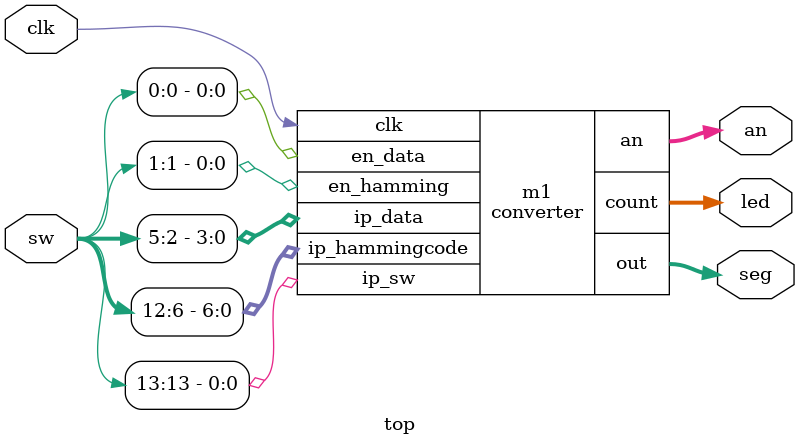
<source format=v>
module hamming_code(clk,en_data,en_hamming,ip_data,op_hammingcode,ip_hammingcode,op_data,op_errorbit,op_correctedcode);
input en_data,en_hamming,clk;
input [3:0]ip_data;
output reg [7:1]op_hammingcode;
input [7:1]ip_hammingcode;
output reg [3:0]op_data;
output reg [2:0]op_errorbit;
output reg [7:1]op_correctedcode;

reg [7:1]iphammingcode;
reg [2:0]temp;

always @(posedge clk)
begin
if(en_data)
begin 
op_hammingcode[3]=ip_data[0];
op_hammingcode[7:5]=ip_data[3:1];

case({op_hammingcode[3],op_hammingcode[5],op_hammingcode[7]})
0,3,5,6:op_hammingcode[1]=0;
default:op_hammingcode[1]=1; //1,2,4,7
endcase

case({op_hammingcode[3],op_hammingcode[6],op_hammingcode[7]})
0,3,5,6:op_hammingcode[2]=0;
default:op_hammingcode[2]=1; //1,2,4,7
endcase

case({op_hammingcode[5],op_hammingcode[6],op_hammingcode[7]})
0,3,5,6:op_hammingcode[4]=0;
default:op_hammingcode[4]=1; //1,2,4,7
endcase

end

if(en_hamming)
begin
iphammingcode[7:1]=ip_hammingcode[7:1];

case({iphammingcode[1],iphammingcode[3],iphammingcode[5],iphammingcode[7]})
0,3,5,6,9,10,12,15:temp[0]=0;
default:temp[0]=1;
endcase

case({iphammingcode[2],iphammingcode[3],iphammingcode[6],iphammingcode[7]})
0,3,5,6,9,10,12,15:temp[1]=0;
default:temp[1]=1;
endcase

case({iphammingcode[4],iphammingcode[5],iphammingcode[6],iphammingcode[7]})
0,3,5,6,9,10,12,15:temp[2]=0;
default:temp[2]=1;
endcase

if(iphammingcode[temp]==0)
iphammingcode[temp]=1;
else if(iphammingcode[temp]==1)
iphammingcode[temp]=0;

op_errorbit=temp;
op_correctedcode=iphammingcode;
op_data[0]=iphammingcode[3];
op_data[1]=iphammingcode[5];
op_data[2]=iphammingcode[6];
op_data[3]=iphammingcode[7];
end

if(!en_data && !en_hamming)
begin
op_correctedcode=0;
op_data=0;
op_errorbit=0;
op_hammingcode=0;
end

else if(!en_data)
begin
op_hammingcode=0;
end

else if(!en_hamming)
begin
op_correctedcode=0;
op_data=0;
op_errorbit=0;
end

end
endmodule

module refresh_counter(clk,out);
input clk;
output reg [2:0]out=0;
always @(posedge clk)
begin
if(out==6)
out<=0;
else
out<=out+1;
end
endmodule

module clock_divider(clk,newclk);
input clk;
output reg newclk=0;
integer count=0;
always@(posedge clk)
begin
if(count==50000000)
begin
newclk=~newclk;
count<=0;
end
else
count=count+1;
end
endmodule

module converter(clk,en_data,en_hamming,ip_data,ip_hammingcode,out,an,count,ip_sw);
input clk,en_data,en_hamming;
input [3:0]ip_data;
input [6:0]ip_hammingcode;
output reg [6:0]out;
output [2:0]count;
output reg [7:0]an;
input ip_sw;

wire [6:0]op_correctedcode,op_hammingcode;
wire [3:0]op_data;
wire [2:0]op_errorbit;

wire [2:0]out1;

reg [3:0]bcd;
wire nclk;
clock_divider d1(clk,nclk);
refresh_counter c1(nclk,out1);
hamming_code x1(nclk,en_data,en_hamming,ip_data,op_hammingcode,ip_hammingcode,op_data,op_errorbit,op_correctedcode);

assign count=out1;
always @(*)
begin
if(ip_sw)
begin
case(out1)
0:
begin
bcd=op_hammingcode[6];
an=8'b01111111;
end

1:begin
bcd=op_hammingcode[5];
an=8'b10111111;
end

2:begin
bcd=op_hammingcode[4];
an=8'b11011111;
end

3:begin
bcd=op_hammingcode[3];
an=8'b11101111;
end

4:begin
bcd=op_hammingcode[2];
an=8'b11110111;
end

5:begin
bcd=op_hammingcode[1];
an=8'b11111011;
end

6:begin
bcd=op_hammingcode[0];
an=8'b11111101;
end
endcase
end
else if(!ip_sw)
begin
case(out1)
0:
begin
bcd=op_correctedcode[6];
an=8'b01111111;
end

1:begin
bcd=op_correctedcode[5];
an=8'b10111111;
end

2:begin
bcd=op_correctedcode[4];
an=8'b11011111;
end

3:begin
bcd=op_correctedcode[3];
an=8'b11101111;
end

4:begin
bcd=op_correctedcode[2];
an=8'b11110111;
end

5:begin
bcd=op_correctedcode[1];
an=8'b11111011;
end

6:begin
bcd=op_correctedcode[0];
an=8'b11111101;
end
endcase
end
case(bcd)
0:out=7'b1000000;
1:out=7'b1111001;
default:out=7'b0111111;
endcase
end
endmodule


/*module test;
reg en1,en2,clk;
reg [3:0]ip_data;
wire [6:0]op_hammingcode;

reg [7:1]ip_hammingcode;
wire [3:0]op_data;
wire [2:0]op_errorbit;
wire [7:1]op_correctedcode;
hamming_code x1(clk,en1,en2,ip_data,op_hammingcode[6:0],ip_hammingcode,op_data,op_errorbit,op_correctedcode);

initial
begin
en1=0; en2=0; clk=1;
ip_data=4'b1101; ip_hammingcode=7'b1110110;
#4


en1=0; en2=0;
ip_data=4'b1100; ip_hammingcode=7'b1110110;
#4

en1=1; en2=0;
ip_data=4'b1101; ip_hammingcode=7'b1100010; #4

en1=0; en2=1;
ip_data=4'b1100; ip_hammingcode=7'b1100010; #4

en1=1; en2=1; 
ip_data=4'b0001;  ip_hammingcode=7'b0000110; #4

en1=0; en2=1;
ip_data=4'b0001;  ip_hammingcode=7'b1100110; #4
$stop;
end

always #2 clk=~clk;
endmodule

*/

module top(clk,sw,seg,an,led);
input clk;
input [13:0]sw;
output [6:0]seg;
output [7:0]an;
output [2:0]led;
converter  m1(clk,sw[0],sw[1],sw[5:2],sw[12:6],seg,an,led,sw[13]);
//converter(clk,en_data,en_hamming,ip_data,ip_hammingcode,out,an,count,ip_sw);
endmodule
</source>
